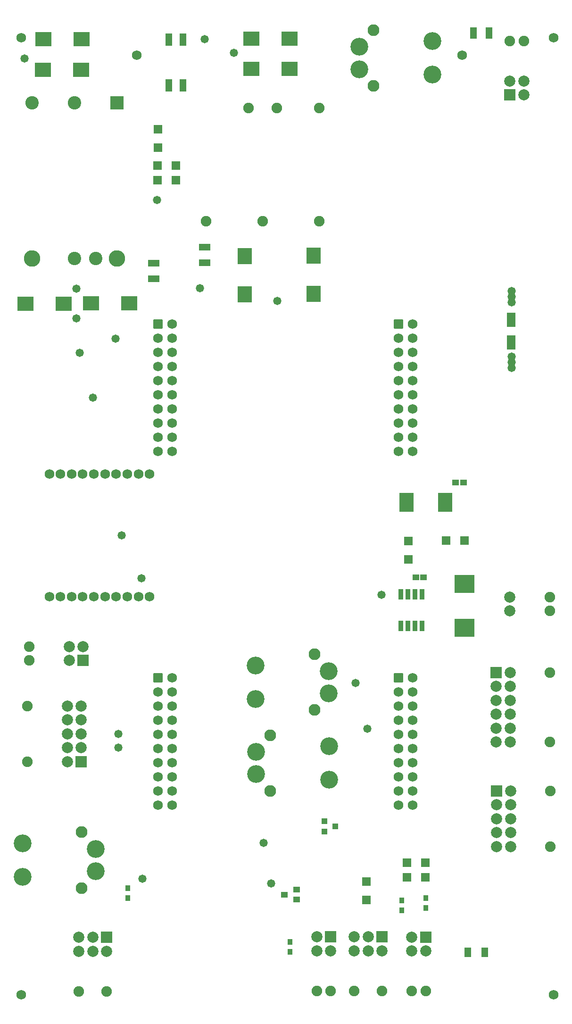
<source format=gts>
G04*
G04 #@! TF.GenerationSoftware,Altium Limited,Altium Designer,18.1.9 (240)*
G04*
G04 Layer_Color=8388736*
%FSLAX25Y25*%
%MOIN*%
G70*
G01*
G75*
%ADD17R,0.05906X0.06299*%
%ADD18R,0.04737X0.04343*%
%ADD19R,0.03359X0.07690*%
%ADD20R,0.04737X0.08674*%
%ADD21R,0.10249X0.13792*%
%ADD22R,0.14147X0.12611*%
%ADD23R,0.05131X0.03950*%
%ADD24R,0.04343X0.03950*%
%ADD25R,0.11500X0.10200*%
%ADD26R,0.10200X0.11500*%
%ADD27R,0.07900X0.05000*%
%ADD28R,0.06299X0.05906*%
%ADD29R,0.03800X0.04000*%
%ADD30R,0.04700X0.06700*%
%ADD31R,0.05000X0.07900*%
%ADD32R,0.06299X0.10000*%
%ADD33C,0.06800*%
%ADD34R,0.07887X0.07887*%
%ADD35C,0.07887*%
%ADD36C,0.07493*%
G04:AMPARAMS|DCode=37|XSize=69.02mil|YSize=69.02mil|CornerRadius=5.83mil|HoleSize=0mil|Usage=FLASHONLY|Rotation=270.000|XOffset=0mil|YOffset=0mil|HoleType=Round|Shape=RoundedRectangle|*
%AMROUNDEDRECTD37*
21,1,0.06902,0.05736,0,0,270.0*
21,1,0.05736,0.06902,0,0,270.0*
1,1,0.01166,-0.02868,-0.02868*
1,1,0.01166,-0.02868,0.02868*
1,1,0.01166,0.02868,0.02868*
1,1,0.01166,0.02868,-0.02868*
%
%ADD37ROUNDEDRECTD37*%
%ADD38C,0.06902*%
%ADD39R,0.07887X0.07887*%
%ADD40C,0.09461*%
%ADD41R,0.09461X0.09461*%
%ADD42C,0.11627*%
%ADD43C,0.12611*%
%ADD44C,0.08280*%
%ADD45C,0.05800*%
D17*
X7616Y157188D02*
D03*
X-5376Y157187D02*
D03*
X7694Y146662D02*
D03*
X-5298Y146662D02*
D03*
X171114Y-335597D02*
D03*
X184106Y-335596D02*
D03*
Y-345885D02*
D03*
X171114Y-345886D02*
D03*
X198572Y-108097D02*
D03*
X211564Y-108097D02*
D03*
D18*
X210998Y-66978D02*
D03*
X205486D02*
D03*
X177247Y-133958D02*
D03*
X182759D02*
D03*
D19*
X166772Y-146071D02*
D03*
X171772D02*
D03*
X176772D02*
D03*
X181772D02*
D03*
Y-168118D02*
D03*
X176772D02*
D03*
X171772D02*
D03*
X166772D02*
D03*
D20*
X12511Y246144D02*
D03*
Y213861D02*
D03*
X2511Y246144D02*
D03*
Y213861D02*
D03*
D21*
X170603Y-80938D02*
D03*
X197965D02*
D03*
D22*
X211739Y-138632D02*
D03*
Y-169734D02*
D03*
D23*
X84320Y-358175D02*
D03*
X92982Y-354631D02*
D03*
Y-361718D02*
D03*
D24*
X112564Y-306280D02*
D03*
Y-313761D02*
D03*
X120438Y-310021D02*
D03*
D25*
X-71759Y59534D02*
D03*
X-98759D02*
D03*
X-86309Y224604D02*
D03*
X-59309D02*
D03*
X-59039Y246234D02*
D03*
X-86039D02*
D03*
X-25179Y59864D02*
D03*
X-52179D02*
D03*
X88108Y225324D02*
D03*
X61108D02*
D03*
X61108Y246634D02*
D03*
X88108D02*
D03*
D26*
X56311Y93114D02*
D03*
Y66114D02*
D03*
X104901Y66244D02*
D03*
Y93244D02*
D03*
D27*
X-7899Y88164D02*
D03*
Y77164D02*
D03*
X27861Y88324D02*
D03*
Y99324D02*
D03*
D28*
X172097Y-108284D02*
D03*
X172098Y-121276D02*
D03*
X-5151Y182785D02*
D03*
X-5150Y169793D02*
D03*
X142465Y-361825D02*
D03*
X142465Y-348833D02*
D03*
D29*
X-26262Y-353633D02*
D03*
Y-360531D02*
D03*
X88464Y-391629D02*
D03*
Y-398527D02*
D03*
X167173Y-362414D02*
D03*
Y-369312D02*
D03*
X184387Y-360593D02*
D03*
Y-367491D02*
D03*
D30*
X226129Y-398924D02*
D03*
X214029D02*
D03*
D31*
X229090Y250867D02*
D03*
X218090D02*
D03*
D32*
X244772Y31995D02*
D03*
X244771Y47987D02*
D03*
D33*
X-20000Y235000D02*
D03*
X210000D02*
D03*
X-81820Y-60970D02*
D03*
X-73946D02*
D03*
X-66072D02*
D03*
X-58198D02*
D03*
X-50324D02*
D03*
X-42450D02*
D03*
X-34576D02*
D03*
X-26702D02*
D03*
X-18828D02*
D03*
X-10954D02*
D03*
Y-147584D02*
D03*
X-18828D02*
D03*
X-26702D02*
D03*
X-34576D02*
D03*
X-42450D02*
D03*
X-50324D02*
D03*
X-58198D02*
D03*
X-66072D02*
D03*
X-73946D02*
D03*
X-81820D02*
D03*
X274660Y-428975D02*
D03*
X-101718D02*
D03*
X-101718Y247403D02*
D03*
X274660D02*
D03*
D34*
X184296Y-388207D02*
D03*
X117043Y-388070D02*
D03*
X-41261Y-388373D02*
D03*
X153422Y-388019D02*
D03*
X243754Y206931D02*
D03*
D35*
X174453Y-388207D02*
D03*
Y-398050D02*
D03*
X184296D02*
D03*
X234043Y-230651D02*
D03*
Y-240494D02*
D03*
Y-250336D02*
D03*
Y-210966D02*
D03*
Y-220809D02*
D03*
X243885D02*
D03*
Y-230651D02*
D03*
Y-240494D02*
D03*
Y-250336D02*
D03*
Y-210966D02*
D03*
Y-201124D02*
D03*
X117043Y-397912D02*
D03*
X107200D02*
D03*
Y-388070D02*
D03*
X243644Y-147781D02*
D03*
Y-157623D02*
D03*
X-67802Y-192736D02*
D03*
Y-182894D02*
D03*
X-57960D02*
D03*
X-59316Y-254329D02*
D03*
Y-244486D02*
D03*
X-69159Y-254329D02*
D03*
Y-244486D02*
D03*
Y-224801D02*
D03*
Y-234644D02*
D03*
X-59316Y-224801D02*
D03*
Y-234644D02*
D03*
X-69159Y-264172D02*
D03*
X-51104Y-388373D02*
D03*
X-60946D02*
D03*
X-41261Y-398215D02*
D03*
X-51104D02*
D03*
X-60946D02*
D03*
X133737Y-397862D02*
D03*
X143579D02*
D03*
X153422D02*
D03*
X133737Y-388019D02*
D03*
X143579D02*
D03*
X244214Y-284890D02*
D03*
X234371Y-314417D02*
D03*
Y-324260D02*
D03*
Y-294732D02*
D03*
Y-304575D02*
D03*
X244214Y-314417D02*
D03*
Y-324260D02*
D03*
Y-304575D02*
D03*
Y-294732D02*
D03*
X253597Y206931D02*
D03*
Y216773D02*
D03*
X243754D02*
D03*
D36*
X174453Y-426318D02*
D03*
X184296D02*
D03*
X272153Y-201124D02*
D03*
Y-250336D02*
D03*
X108951Y197754D02*
D03*
X58951D02*
D03*
X28951Y117754D02*
D03*
X108951D02*
D03*
X68951D02*
D03*
X78951Y197754D02*
D03*
X117043Y-426180D02*
D03*
X107200D02*
D03*
X271912Y-147781D02*
D03*
Y-157623D02*
D03*
X-96070Y-192736D02*
D03*
Y-182894D02*
D03*
X-97427Y-224801D02*
D03*
Y-264172D02*
D03*
X-41261Y-426483D02*
D03*
X-60946D02*
D03*
X133737Y-426130D02*
D03*
X153422D02*
D03*
X272482Y-284890D02*
D03*
Y-324260D02*
D03*
X253597Y245041D02*
D03*
X243754D02*
D03*
D37*
X-5000Y-204999D02*
D03*
X165000D02*
D03*
Y45001D02*
D03*
X-5000D02*
D03*
D38*
Y-214999D02*
D03*
Y-224999D02*
D03*
Y-234999D02*
D03*
Y-244999D02*
D03*
Y-254999D02*
D03*
Y-264999D02*
D03*
Y-274999D02*
D03*
Y-284999D02*
D03*
Y-294999D02*
D03*
X5001Y-204999D02*
D03*
Y-214999D02*
D03*
Y-224999D02*
D03*
Y-234999D02*
D03*
Y-244999D02*
D03*
Y-254999D02*
D03*
Y-264999D02*
D03*
Y-274999D02*
D03*
Y-284999D02*
D03*
Y-294999D02*
D03*
X175001D02*
D03*
Y-284999D02*
D03*
Y-274999D02*
D03*
Y-264999D02*
D03*
Y-254999D02*
D03*
Y-244999D02*
D03*
Y-234999D02*
D03*
Y-224999D02*
D03*
Y-214999D02*
D03*
Y-204999D02*
D03*
X165000Y-294999D02*
D03*
Y-284999D02*
D03*
Y-274999D02*
D03*
Y-264999D02*
D03*
Y-254999D02*
D03*
Y-244999D02*
D03*
Y-234999D02*
D03*
Y-224999D02*
D03*
Y-214999D02*
D03*
X175001Y-44999D02*
D03*
Y-34999D02*
D03*
Y-24999D02*
D03*
Y-14999D02*
D03*
Y-4999D02*
D03*
Y5001D02*
D03*
Y15001D02*
D03*
Y25001D02*
D03*
Y35001D02*
D03*
Y45001D02*
D03*
X165000Y-44999D02*
D03*
Y-34999D02*
D03*
Y-24999D02*
D03*
Y-14999D02*
D03*
Y-4999D02*
D03*
Y5001D02*
D03*
Y15001D02*
D03*
Y25001D02*
D03*
Y35001D02*
D03*
X-5000D02*
D03*
Y25001D02*
D03*
Y15001D02*
D03*
Y5001D02*
D03*
Y-4999D02*
D03*
Y-14999D02*
D03*
Y-24999D02*
D03*
Y-34999D02*
D03*
Y-44999D02*
D03*
X5001Y45001D02*
D03*
Y35001D02*
D03*
Y25001D02*
D03*
Y15001D02*
D03*
Y5001D02*
D03*
Y-4999D02*
D03*
Y-14999D02*
D03*
Y-24999D02*
D03*
Y-34999D02*
D03*
Y-44999D02*
D03*
D39*
X234043Y-201124D02*
D03*
X-57960Y-192736D02*
D03*
X-59316Y-264172D02*
D03*
X234371Y-284890D02*
D03*
D40*
X-63923Y201276D02*
D03*
X-93844D02*
D03*
X-63923Y91434D02*
D03*
X-48962D02*
D03*
D41*
X-34001Y201276D02*
D03*
D42*
Y91434D02*
D03*
X-93844D02*
D03*
D43*
X115638Y-200123D02*
D03*
Y-215871D02*
D03*
X64064Y-219808D02*
D03*
Y-196186D02*
D03*
X188967Y221272D02*
D03*
Y244894D02*
D03*
X137392Y240957D02*
D03*
Y225209D02*
D03*
X-100728Y-321950D02*
D03*
Y-345572D02*
D03*
X-49153Y-341635D02*
D03*
Y-325887D02*
D03*
X64328Y-273007D02*
D03*
Y-257259D02*
D03*
X115903Y-253322D02*
D03*
Y-276944D02*
D03*
D44*
X105796Y-188312D02*
D03*
Y-227682D02*
D03*
X147234Y252768D02*
D03*
Y213398D02*
D03*
X-58995Y-353446D02*
D03*
Y-314076D02*
D03*
X74171Y-284818D02*
D03*
Y-245448D02*
D03*
D45*
X143110Y-241063D02*
D03*
X-15961Y-346934D02*
D03*
X244876Y68365D02*
D03*
X244931Y60516D02*
D03*
X244932Y21950D02*
D03*
X244965Y18077D02*
D03*
X244899Y14121D02*
D03*
X-16822Y-134680D02*
D03*
X244909Y64367D02*
D03*
X-33112Y-254329D02*
D03*
X-33112Y-244486D02*
D03*
X-99419Y232628D02*
D03*
X69737Y-321459D02*
D03*
X74868Y-350189D02*
D03*
X134807Y-208618D02*
D03*
X153017Y-146211D02*
D03*
X-30677Y-104130D02*
D03*
X-60192Y24848D02*
D03*
X-35101Y34705D02*
D03*
X-50992Y-7032D02*
D03*
X24551Y70414D02*
D03*
X79241Y61444D02*
D03*
X-5585Y132668D02*
D03*
X48631Y236864D02*
D03*
X28161Y246424D02*
D03*
X-62653Y49027D02*
D03*
X-62499Y69894D02*
D03*
M02*

</source>
